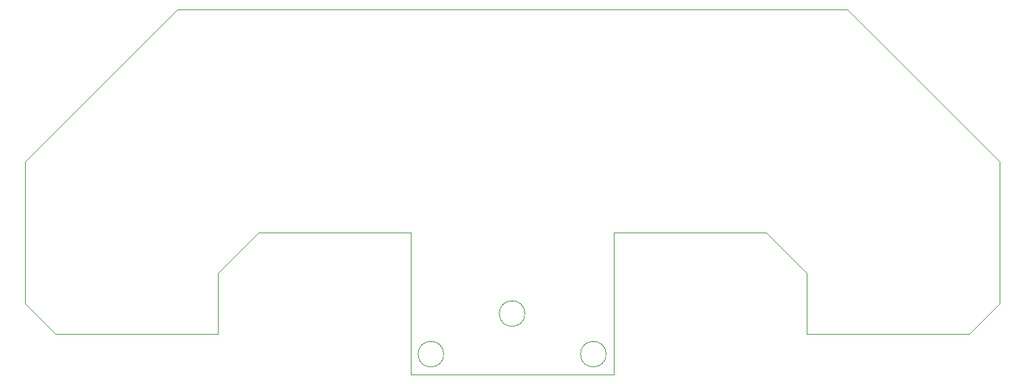
<source format=gbr>
%TF.GenerationSoftware,KiCad,Pcbnew,7.0.7*%
%TF.CreationDate,2023-12-08T08:47:56+07:00*%
%TF.ProjectId,sensor,73656e73-6f72-42e6-9b69-6361645f7063,rev?*%
%TF.SameCoordinates,Original*%
%TF.FileFunction,Profile,NP*%
%FSLAX46Y46*%
G04 Gerber Fmt 4.6, Leading zero omitted, Abs format (unit mm)*
G04 Created by KiCad (PCBNEW 7.0.7) date 2023-12-08 08:47:56*
%MOMM*%
%LPD*%
G01*
G04 APERTURE LIST*
%TA.AperFunction,Profile*%
%ADD10C,0.100000*%
%TD*%
G04 APERTURE END LIST*
D10*
X180340000Y-53340000D02*
X180340000Y-71120000D01*
X176530000Y-74930000D01*
X156210000Y-74930000D01*
X156210000Y-67310000D01*
X151130000Y-62230000D01*
X132080000Y-62230000D01*
X132080000Y-80010000D01*
X106680000Y-80010000D01*
X106680000Y-62230000D01*
X87630000Y-62230000D01*
X82550000Y-67310000D01*
X82550000Y-74930000D01*
X62230000Y-74930000D01*
X58420000Y-71120000D01*
X58420000Y-53340000D01*
X77470000Y-34290000D01*
X161290000Y-34290000D01*
X180340000Y-53340000D01*
X120980000Y-72390000D02*
G75*
G03*
X120980000Y-72390000I-1600000J0D01*
G01*
X110820000Y-77470000D02*
G75*
G03*
X110820000Y-77470000I-1600000J0D01*
G01*
X131140000Y-77470000D02*
G75*
G03*
X131140000Y-77470000I-1600000J0D01*
G01*
M02*

</source>
